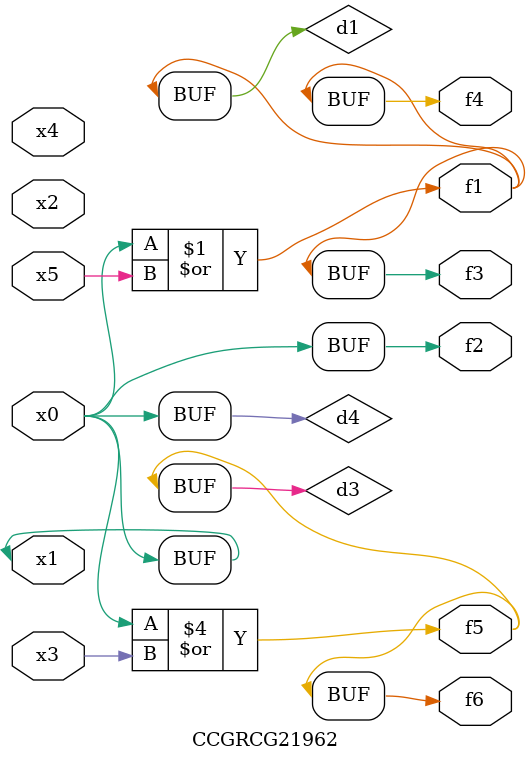
<source format=v>
module CCGRCG21962(
	input x0, x1, x2, x3, x4, x5,
	output f1, f2, f3, f4, f5, f6
);

	wire d1, d2, d3, d4;

	or (d1, x0, x5);
	xnor (d2, x1, x4);
	or (d3, x0, x3);
	buf (d4, x0, x1);
	assign f1 = d1;
	assign f2 = d4;
	assign f3 = d1;
	assign f4 = d1;
	assign f5 = d3;
	assign f6 = d3;
endmodule

</source>
